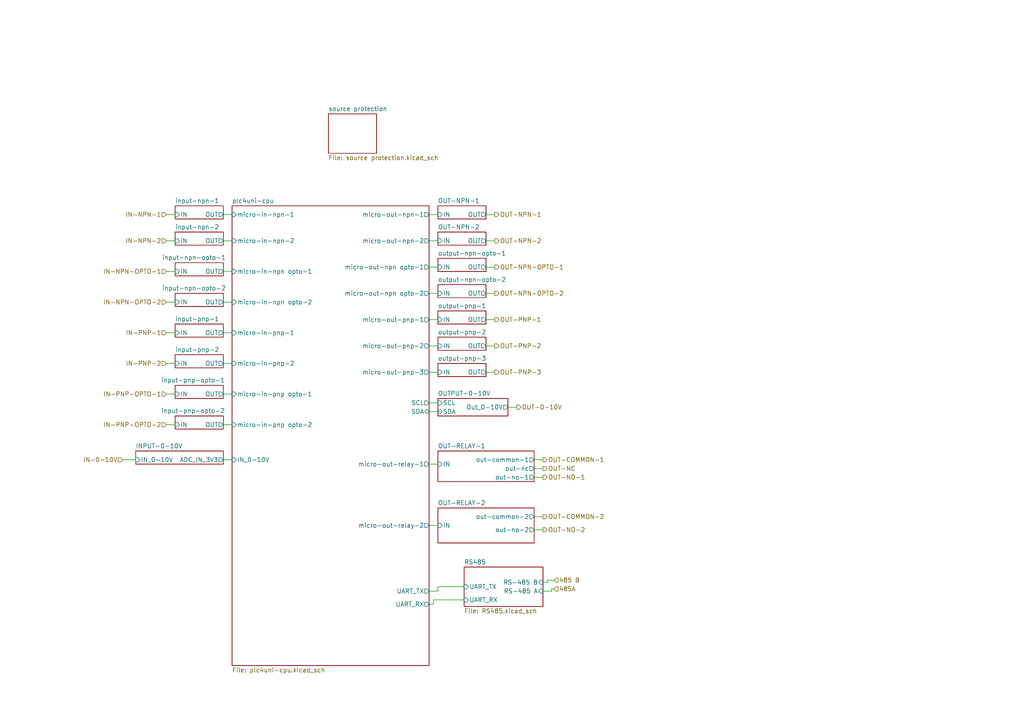
<source format=kicad_sch>
(kicad_sch
	(version 20250114)
	(generator "eeschema")
	(generator_version "9.0")
	(uuid "108a2b00-63fb-4531-b432-4e190b2d8ee6")
	(paper "A4")
	(lib_symbols)
	(wire
		(pts
			(xy 140.97 107.95) (xy 143.51 107.95)
		)
		(stroke
			(width 0)
			(type default)
		)
		(uuid "08e2428c-6899-469c-b433-cecf74bb0e9b")
	)
	(wire
		(pts
			(xy 127 170.18) (xy 127 171.45)
		)
		(stroke
			(width 0)
			(type default)
		)
		(uuid "0ad8ceee-e862-4164-aabe-42f7abf1c9da")
	)
	(wire
		(pts
			(xy 127 171.45) (xy 124.46 171.45)
		)
		(stroke
			(width 0)
			(type default)
		)
		(uuid "0bc66b4b-c60b-4d1b-a5df-c693a0d9e1f4")
	)
	(wire
		(pts
			(xy 64.77 96.52) (xy 67.31 96.52)
		)
		(stroke
			(width 0)
			(type default)
		)
		(uuid "0bc9b6be-5cdc-4ee6-8e0e-39d28396e47e")
	)
	(wire
		(pts
			(xy 140.97 62.23) (xy 143.51 62.23)
		)
		(stroke
			(width 0)
			(type default)
		)
		(uuid "12563cf5-327a-46d7-8d76-5d10a4101e4b")
	)
	(wire
		(pts
			(xy 154.94 149.86) (xy 157.48 149.86)
		)
		(stroke
			(width 0)
			(type default)
		)
		(uuid "1257bb80-4274-4699-8bf1-182e3d15f6d3")
	)
	(wire
		(pts
			(xy 160.02 170.815) (xy 160.655 170.815)
		)
		(stroke
			(width 0)
			(type default)
		)
		(uuid "13f9594a-cfd1-4f66-99c5-f5f16cf3cea6")
	)
	(wire
		(pts
			(xy 158.75 168.275) (xy 160.655 168.275)
		)
		(stroke
			(width 0)
			(type default)
		)
		(uuid "143898dd-b15e-4f3e-9aa2-1646f686d80e")
	)
	(wire
		(pts
			(xy 48.26 96.52) (xy 50.8 96.52)
		)
		(stroke
			(width 0)
			(type default)
		)
		(uuid "158c3a5d-6702-44e8-a264-b8c7b03699c8")
	)
	(wire
		(pts
			(xy 64.77 87.63) (xy 67.31 87.63)
		)
		(stroke
			(width 0)
			(type default)
		)
		(uuid "178b2a28-925c-4acd-abc2-0ee5f7035520")
	)
	(wire
		(pts
			(xy 124.46 107.95) (xy 127 107.95)
		)
		(stroke
			(width 0)
			(type default)
		)
		(uuid "1cbb8e10-156f-4d85-8142-74ad761bcc51")
	)
	(wire
		(pts
			(xy 35.56 133.35) (xy 39.37 133.35)
		)
		(stroke
			(width 0)
			(type default)
		)
		(uuid "1cd7e752-e3d8-4f5a-8357-a82c9483435c")
	)
	(wire
		(pts
			(xy 124.46 152.4) (xy 127 152.4)
		)
		(stroke
			(width 0)
			(type default)
		)
		(uuid "1de3b157-452b-44ab-bf7b-28efd5ac835f")
	)
	(wire
		(pts
			(xy 140.97 77.47) (xy 143.51 77.47)
		)
		(stroke
			(width 0)
			(type default)
		)
		(uuid "1e9a1edc-150e-4a19-98d5-1e277596b6d5")
	)
	(wire
		(pts
			(xy 48.26 62.23) (xy 50.8 62.23)
		)
		(stroke
			(width 0)
			(type default)
		)
		(uuid "2ba707cf-9454-40a6-b7a1-1f0a61a364e0")
	)
	(wire
		(pts
			(xy 160.02 171.45) (xy 160.02 170.815)
		)
		(stroke
			(width 0)
			(type default)
		)
		(uuid "2e5928d2-f514-4e45-a79e-455ce574ec17")
	)
	(wire
		(pts
			(xy 124.46 134.62) (xy 127 134.62)
		)
		(stroke
			(width 0)
			(type default)
		)
		(uuid "30ebae37-a35d-40ca-8f6e-68888cc93512")
	)
	(wire
		(pts
			(xy 134.62 170.18) (xy 127 170.18)
		)
		(stroke
			(width 0)
			(type default)
		)
		(uuid "39de9695-cdb1-44c5-bd0a-b9fe0ca86a7a")
	)
	(wire
		(pts
			(xy 154.94 138.43) (xy 157.48 138.43)
		)
		(stroke
			(width 0)
			(type default)
		)
		(uuid "3e595b28-5351-4c03-8aad-36b17380d608")
	)
	(wire
		(pts
			(xy 157.48 168.91) (xy 158.75 168.91)
		)
		(stroke
			(width 0)
			(type default)
		)
		(uuid "43295e98-aa05-4892-bb1d-be08e4e90333")
	)
	(wire
		(pts
			(xy 158.75 168.91) (xy 158.75 168.275)
		)
		(stroke
			(width 0)
			(type default)
		)
		(uuid "43e584aa-6dd7-422e-a22d-68ba5a2535b7")
	)
	(wire
		(pts
			(xy 140.97 92.71) (xy 143.51 92.71)
		)
		(stroke
			(width 0)
			(type default)
		)
		(uuid "44a9a054-2aa7-49a2-9dae-043d62551458")
	)
	(wire
		(pts
			(xy 124.46 69.85) (xy 127 69.85)
		)
		(stroke
			(width 0)
			(type default)
		)
		(uuid "4548bc9c-ad10-4e5b-826c-e7409e4e790f")
	)
	(wire
		(pts
			(xy 157.48 171.45) (xy 160.02 171.45)
		)
		(stroke
			(width 0)
			(type default)
		)
		(uuid "46a2afbb-f90f-48c1-924a-d0506ce95fa6")
	)
	(wire
		(pts
			(xy 48.26 78.74) (xy 50.8 78.74)
		)
		(stroke
			(width 0)
			(type default)
		)
		(uuid "4794d94a-79b0-46e3-aec6-5e814c907279")
	)
	(wire
		(pts
			(xy 124.46 116.84) (xy 127 116.84)
		)
		(stroke
			(width 0)
			(type default)
		)
		(uuid "4bf20734-1be2-404a-bddc-1025872093ea")
	)
	(wire
		(pts
			(xy 154.94 133.35) (xy 157.48 133.35)
		)
		(stroke
			(width 0)
			(type default)
		)
		(uuid "4cca040e-80fa-49ba-aa86-e5ac502928ee")
	)
	(wire
		(pts
			(xy 64.77 62.23) (xy 67.31 62.23)
		)
		(stroke
			(width 0)
			(type default)
		)
		(uuid "5a447963-c15f-4bcb-96cb-c25007c782ed")
	)
	(wire
		(pts
			(xy 64.77 78.74) (xy 67.31 78.74)
		)
		(stroke
			(width 0)
			(type default)
		)
		(uuid "5a9c0d4a-7b0e-43a5-9a63-6afb1609f990")
	)
	(wire
		(pts
			(xy 48.26 114.3) (xy 50.8 114.3)
		)
		(stroke
			(width 0)
			(type default)
		)
		(uuid "696ab09e-ff9f-4bf2-a22a-d9255af69731")
	)
	(wire
		(pts
			(xy 125.73 173.99) (xy 125.73 175.26)
		)
		(stroke
			(width 0)
			(type default)
		)
		(uuid "7339c650-3b6e-4570-9de6-1564f5e145d7")
	)
	(wire
		(pts
			(xy 48.26 69.85) (xy 50.8 69.85)
		)
		(stroke
			(width 0)
			(type default)
		)
		(uuid "7921fd0d-8d7d-432f-8470-c5d0e7099288")
	)
	(wire
		(pts
			(xy 64.77 133.35) (xy 67.31 133.35)
		)
		(stroke
			(width 0)
			(type default)
		)
		(uuid "7929a673-d7da-428f-920a-55d1b53e0cf1")
	)
	(wire
		(pts
			(xy 140.97 69.85) (xy 143.51 69.85)
		)
		(stroke
			(width 0)
			(type default)
		)
		(uuid "8d7da78e-0b0a-4552-a5ca-cda61331393a")
	)
	(wire
		(pts
			(xy 48.26 87.63) (xy 50.8 87.63)
		)
		(stroke
			(width 0)
			(type default)
		)
		(uuid "968714ba-ca63-4521-b43a-65acc23a71b8")
	)
	(wire
		(pts
			(xy 124.46 85.09) (xy 127 85.09)
		)
		(stroke
			(width 0)
			(type default)
		)
		(uuid "96b98948-c2fa-41e5-819a-41c5a80ba4d3")
	)
	(wire
		(pts
			(xy 64.77 69.85) (xy 67.31 69.85)
		)
		(stroke
			(width 0)
			(type default)
		)
		(uuid "9cb07727-1380-4578-ba1b-654046bd84fe")
	)
	(wire
		(pts
			(xy 124.46 77.47) (xy 127 77.47)
		)
		(stroke
			(width 0)
			(type default)
		)
		(uuid "adccb5f3-1075-44b6-8503-c4d6aea45c2d")
	)
	(wire
		(pts
			(xy 124.46 100.33) (xy 127 100.33)
		)
		(stroke
			(width 0)
			(type default)
		)
		(uuid "b27cac00-8686-4a5d-ae04-ca2f34ee2493")
	)
	(wire
		(pts
			(xy 154.94 135.89) (xy 157.48 135.89)
		)
		(stroke
			(width 0)
			(type default)
		)
		(uuid "b8487e61-b337-40d5-8957-40bd7822655d")
	)
	(wire
		(pts
			(xy 64.77 123.19) (xy 67.31 123.19)
		)
		(stroke
			(width 0)
			(type default)
		)
		(uuid "bdcf8fe9-7147-4b35-8eec-6abc4c7924c9")
	)
	(wire
		(pts
			(xy 124.46 92.71) (xy 127 92.71)
		)
		(stroke
			(width 0)
			(type default)
		)
		(uuid "bf8516f0-dbbb-4cb5-acf3-e3ee69112f21")
	)
	(wire
		(pts
			(xy 125.73 175.26) (xy 124.46 175.26)
		)
		(stroke
			(width 0)
			(type default)
		)
		(uuid "c1ae0077-e716-4e97-aa19-357f4a6a1018")
	)
	(wire
		(pts
			(xy 140.97 100.33) (xy 143.51 100.33)
		)
		(stroke
			(width 0)
			(type default)
		)
		(uuid "c2d76827-d02f-4b40-b818-46f3ae687ea3")
	)
	(wire
		(pts
			(xy 147.32 118.11) (xy 149.86 118.11)
		)
		(stroke
			(width 0)
			(type default)
		)
		(uuid "c5c94505-228a-48e2-8c16-36eb54e5427e")
	)
	(wire
		(pts
			(xy 134.62 173.99) (xy 125.73 173.99)
		)
		(stroke
			(width 0)
			(type default)
		)
		(uuid "c70f8b29-2398-4368-a730-632135fb31ce")
	)
	(wire
		(pts
			(xy 124.46 62.23) (xy 127 62.23)
		)
		(stroke
			(width 0)
			(type default)
		)
		(uuid "c9b0d4ae-dec2-4ad5-9952-4dd79948917b")
	)
	(wire
		(pts
			(xy 64.77 114.3) (xy 67.31 114.3)
		)
		(stroke
			(width 0)
			(type default)
		)
		(uuid "d04e8108-ce60-4d3c-8ae4-b7a6eaabdd32")
	)
	(wire
		(pts
			(xy 48.26 105.41) (xy 50.8 105.41)
		)
		(stroke
			(width 0)
			(type default)
		)
		(uuid "d236b918-a4cf-4b25-82ec-d2a08457c460")
	)
	(wire
		(pts
			(xy 64.77 105.41) (xy 67.31 105.41)
		)
		(stroke
			(width 0)
			(type default)
		)
		(uuid "db0d2875-be84-4dc8-8b6a-e9fe211b9788")
	)
	(wire
		(pts
			(xy 48.26 123.19) (xy 50.8 123.19)
		)
		(stroke
			(width 0)
			(type default)
		)
		(uuid "dde25f3f-93b4-450a-b490-8b4068e5ac09")
	)
	(wire
		(pts
			(xy 124.46 119.38) (xy 127 119.38)
		)
		(stroke
			(width 0)
			(type default)
		)
		(uuid "eb0e7eeb-1c74-4a55-9978-2adae03ca5f0")
	)
	(wire
		(pts
			(xy 140.97 85.09) (xy 143.51 85.09)
		)
		(stroke
			(width 0)
			(type default)
		)
		(uuid "ee9ac2f9-0c80-46c6-af96-c62ca1a393b1")
	)
	(wire
		(pts
			(xy 154.94 153.67) (xy 157.48 153.67)
		)
		(stroke
			(width 0)
			(type default)
		)
		(uuid "f70ebdc0-18b4-4f65-961d-714f21810c4f")
	)
	(hierarchical_label "OUT-NPN-2"
		(shape output)
		(at 143.51 69.85 0)
		(effects
			(font
				(size 1.27 1.27)
			)
			(justify left)
		)
		(uuid "04dd8a8c-00c6-4afd-9d1a-13d38bd4f80a")
	)
	(hierarchical_label "OUT-COMMON-2"
		(shape output)
		(at 157.48 149.86 0)
		(effects
			(font
				(size 1.27 1.27)
			)
			(justify left)
		)
		(uuid "099f9a67-722c-4dd1-b911-fcdf9276c5cb")
	)
	(hierarchical_label "IN-PNP-OPTO-1"
		(shape input)
		(at 48.26 114.3 180)
		(effects
			(font
				(size 1.27 1.27)
			)
			(justify right)
		)
		(uuid "0f667b4a-b49d-400b-b7b4-e94c028ba462")
	)
	(hierarchical_label "IN-NPN-2"
		(shape input)
		(at 48.26 69.85 180)
		(effects
			(font
				(size 1.27 1.27)
			)
			(justify right)
		)
		(uuid "13218d48-171d-4d2d-be0f-359b3d7a3581")
	)
	(hierarchical_label "IN-NPN-1"
		(shape input)
		(at 48.26 62.23 180)
		(effects
			(font
				(size 1.27 1.27)
			)
			(justify right)
		)
		(uuid "27d3d8ea-107a-4b51-a6c3-daa783575657")
	)
	(hierarchical_label "485 B"
		(shape input)
		(at 160.655 168.275 0)
		(effects
			(font
				(size 1.27 1.27)
			)
			(justify left)
		)
		(uuid "29fcefa1-bd12-457b-8b3b-a4e9fb865979")
	)
	(hierarchical_label "IN-0-10V"
		(shape input)
		(at 35.56 133.35 180)
		(effects
			(font
				(size 1.27 1.27)
			)
			(justify right)
		)
		(uuid "2e574e5e-e419-4e7c-baf0-4a2811283453")
	)
	(hierarchical_label "OUT-COMMON-1"
		(shape output)
		(at 157.48 133.35 0)
		(effects
			(font
				(size 1.27 1.27)
			)
			(justify left)
		)
		(uuid "455db09d-7043-4299-b828-072137c5c2ae")
	)
	(hierarchical_label "OUT-NC"
		(shape output)
		(at 157.48 135.89 0)
		(effects
			(font
				(size 1.27 1.27)
			)
			(justify left)
		)
		(uuid "46082926-8d46-4834-8118-3d73286a81df")
	)
	(hierarchical_label "485A"
		(shape input)
		(at 160.655 170.815 0)
		(effects
			(font
				(size 1.27 1.27)
			)
			(justify left)
		)
		(uuid "463c25ff-b115-4c5f-97fe-1bb7c64b27f4")
	)
	(hierarchical_label "OUT-NPN-OPTO-1"
		(shape output)
		(at 143.51 77.47 0)
		(effects
			(font
				(size 1.27 1.27)
			)
			(justify left)
		)
		(uuid "48e06bc6-04e0-4544-878e-4c81c91757fe")
	)
	(hierarchical_label "OUT-0-10V"
		(shape output)
		(at 149.86 118.11 0)
		(effects
			(font
				(size 1.27 1.27)
			)
			(justify left)
		)
		(uuid "5e3897b8-3e82-417d-a824-cd855fb85674")
	)
	(hierarchical_label "OUT-PNP-3"
		(shape output)
		(at 143.51 107.95 0)
		(effects
			(font
				(size 1.27 1.27)
			)
			(justify left)
		)
		(uuid "6f936573-07eb-4d38-8c32-b885b0a8811f")
	)
	(hierarchical_label "OUT-PNP-1"
		(shape output)
		(at 143.51 92.71 0)
		(effects
			(font
				(size 1.27 1.27)
			)
			(justify left)
		)
		(uuid "85fb80e0-ab0e-4cd8-aadf-6b462f2e6c93")
	)
	(hierarchical_label "OUT-PNP-2"
		(shape output)
		(at 143.51 100.33 0)
		(effects
			(font
				(size 1.27 1.27)
			)
			(justify left)
		)
		(uuid "97e72727-4708-473d-9443-49ef980a787b")
	)
	(hierarchical_label "IN-NPN-OPTO-2"
		(shape input)
		(at 48.26 87.63 180)
		(effects
			(font
				(size 1.27 1.27)
			)
			(justify right)
		)
		(uuid "ac9cbb6b-c95e-4cb5-828e-f797bf4a8b8d")
	)
	(hierarchical_label "OUT-NO-2"
		(shape output)
		(at 157.48 153.67 0)
		(effects
			(font
				(size 1.27 1.27)
			)
			(justify left)
		)
		(uuid "b078cb7a-aaf3-4dd5-b2cf-b690bebd6c9f")
	)
	(hierarchical_label "OUT-NPN-OPTO-2"
		(shape output)
		(at 143.51 85.09 0)
		(effects
			(font
				(size 1.27 1.27)
			)
			(justify left)
		)
		(uuid "c226bf1e-852f-4f78-81ea-3f4a319e192a")
	)
	(hierarchical_label "OUT-NPN-1"
		(shape output)
		(at 143.51 62.23 0)
		(effects
			(font
				(size 1.27 1.27)
			)
			(justify left)
		)
		(uuid "c65f5c53-74b8-442c-b16a-65bf3ead4f91")
	)
	(hierarchical_label "IN-NPN-OPTO-1"
		(shape input)
		(at 48.26 78.74 180)
		(effects
			(font
				(size 1.27 1.27)
			)
			(justify right)
		)
		(uuid "d1c7a64c-fb35-4b59-b312-a5986277c6f4")
	)
	(hierarchical_label "IN-PNP-1"
		(shape input)
		(at 48.26 96.52 180)
		(effects
			(font
				(size 1.27 1.27)
			)
			(justify right)
		)
		(uuid "d94b0989-1075-4ab8-b68a-010be4543fcd")
	)
	(hierarchical_label "OUT-NO-1"
		(shape output)
		(at 157.48 138.43 0)
		(effects
			(font
				(size 1.27 1.27)
			)
			(justify left)
		)
		(uuid "e15bf9b3-fa0c-4d47-8993-648a1b031fb9")
	)
	(hierarchical_label "IN-PNP-2"
		(shape input)
		(at 48.26 105.41 180)
		(effects
			(font
				(size 1.27 1.27)
			)
			(justify right)
		)
		(uuid "e3d563f9-f8bb-4dc5-a442-ccf1e2597ea3")
	)
	(hierarchical_label "IN-PNP-OPTO-2"
		(shape input)
		(at 48.26 123.19 180)
		(effects
			(font
				(size 1.27 1.27)
			)
			(justify right)
		)
		(uuid "f333045c-119a-46b5-8f05-5f218a91c4a2")
	)
	(sheet
		(at 127 67.31)
		(size 13.97 3.81)
		(exclude_from_sim no)
		(in_bom yes)
		(on_board yes)
		(dnp no)
		(fields_autoplaced yes)
		(stroke
			(width 0.1524)
			(type solid)
		)
		(fill
			(color 0 0 0 0.0000)
		)
		(uuid "0301c99c-e2fc-48a2-b28b-2cb1809d95a0")
		(property "Sheetname" "OUT-NPN-2"
			(at 127 66.5984 0)
			(effects
				(font
					(size 1.27 1.27)
				)
				(justify left bottom)
			)
		)
		(property "Sheetfile" "OUT-NPN-1.kicad_sch"
			(at 127 71.7046 0)
			(effects
				(font
					(size 1.27 1.27)
				)
				(justify left top)
				(hide yes)
			)
		)
		(pin "IN" input
			(at 127 69.85 180)
			(uuid "a18896dc-cb32-4db7-8687-9f3728bb7fc8")
			(effects
				(font
					(size 1.27 1.27)
				)
				(justify left)
			)
		)
		(pin "OUT" output
			(at 140.97 69.85 0)
			(uuid "e6f5c6d3-630f-455c-aa98-8af88349e1ea")
			(effects
				(font
					(size 1.27 1.27)
				)
				(justify right)
			)
		)
		(instances
			(project "PLC4Uni FelipeLG"
				(path "/65c875c0-73bd-43df-b6cd-4a685398cace/3b453a73-5bb7-4645-a7e8-6e186968fa05"
					(page "8")
				)
			)
		)
	)
	(sheet
		(at 127 90.17)
		(size 13.97 3.81)
		(exclude_from_sim no)
		(in_bom yes)
		(on_board yes)
		(dnp no)
		(fields_autoplaced yes)
		(stroke
			(width 0.1524)
			(type solid)
		)
		(fill
			(color 0 0 0 0.0000)
		)
		(uuid "08601dd5-d4a9-417f-ac60-8e7e9f1053de")
		(property "Sheetname" "output-pnp-1"
			(at 127 89.4584 0)
			(effects
				(font
					(size 1.27 1.27)
				)
				(justify left bottom)
			)
		)
		(property "Sheetfile" "output-pnp.kicad_sch"
			(at 127 94.5646 0)
			(effects
				(font
					(size 1.27 1.27)
				)
				(justify left top)
				(hide yes)
			)
		)
		(pin "IN" input
			(at 127 92.71 180)
			(uuid "e8b134bb-732e-4340-89cb-77e525085c4c")
			(effects
				(font
					(size 1.27 1.27)
				)
				(justify left)
			)
		)
		(pin "OUT" output
			(at 140.97 92.71 0)
			(uuid "8ef68b16-c40c-49a7-824f-8f070c61fa6a")
			(effects
				(font
					(size 1.27 1.27)
				)
				(justify right)
			)
		)
		(instances
			(project "PLC4Uni FelipeLG"
				(path "/65c875c0-73bd-43df-b6cd-4a685398cace/3b453a73-5bb7-4645-a7e8-6e186968fa05"
					(page "9")
				)
			)
		)
	)
	(sheet
		(at 50.8 120.65)
		(size 13.97 3.81)
		(exclude_from_sim no)
		(in_bom yes)
		(on_board yes)
		(dnp no)
		(stroke
			(width 0.1524)
			(type solid)
		)
		(fill
			(color 0 0 0 0.0000)
		)
		(uuid "13d94acf-875f-499d-b3a3-98424e4486d2")
		(property "Sheetname" "input-pnp-opto-2"
			(at 46.736 119.888 0)
			(effects
				(font
					(size 1.27 1.27)
				)
				(justify left bottom)
			)
		)
		(property "Sheetfile" "input-pnp-opto.kicad_sch"
			(at 50.8 125.0446 0)
			(effects
				(font
					(size 1.27 1.27)
				)
				(justify left top)
				(hide yes)
			)
		)
		(pin "IN" input
			(at 50.8 123.19 180)
			(uuid "5e16e3e4-fe58-4f1e-9202-1b0033a7ec1f")
			(effects
				(font
					(size 1.27 1.27)
				)
				(justify left)
			)
		)
		(pin "OUT" output
			(at 64.77 123.19 0)
			(uuid "7689a662-2419-420f-82d3-44665e896077")
			(effects
				(font
					(size 1.27 1.27)
				)
				(justify right)
			)
		)
		(instances
			(project "PLC4Uni FelipeLG"
				(path "/65c875c0-73bd-43df-b6cd-4a685398cace/3b453a73-5bb7-4645-a7e8-6e186968fa05"
					(page "14")
				)
			)
		)
	)
	(sheet
		(at 50.8 111.76)
		(size 13.97 3.81)
		(exclude_from_sim no)
		(in_bom yes)
		(on_board yes)
		(dnp no)
		(stroke
			(width 0.1524)
			(type solid)
		)
		(fill
			(color 0 0 0 0.0000)
		)
		(uuid "2006756a-aab7-49c5-bc20-9cefa85464a4")
		(property "Sheetname" "input-pnp-opto-1"
			(at 46.736 110.998 0)
			(effects
				(font
					(size 1.27 1.27)
				)
				(justify left bottom)
			)
		)
		(property "Sheetfile" "input-pnp-opto.kicad_sch"
			(at 50.8 116.1546 0)
			(effects
				(font
					(size 1.27 1.27)
				)
				(justify left top)
				(hide yes)
			)
		)
		(pin "IN" input
			(at 50.8 114.3 180)
			(uuid "f1e8b415-a1f6-4a62-9b21-d2350fb91cd0")
			(effects
				(font
					(size 1.27 1.27)
				)
				(justify left)
			)
		)
		(pin "OUT" output
			(at 64.77 114.3 0)
			(uuid "0e797b3a-6240-49da-9c3b-5c2cf8ad33bd")
			(effects
				(font
					(size 1.27 1.27)
				)
				(justify right)
			)
		)
		(instances
			(project "PLC4Uni FelipeLG"
				(path "/65c875c0-73bd-43df-b6cd-4a685398cace/3b453a73-5bb7-4645-a7e8-6e186968fa05"
					(page "11")
				)
			)
		)
	)
	(sheet
		(at 39.37 130.81)
		(size 25.4 3.81)
		(exclude_from_sim no)
		(in_bom yes)
		(on_board yes)
		(dnp no)
		(fields_autoplaced yes)
		(stroke
			(width 0.1524)
			(type solid)
		)
		(fill
			(color 0 0 0 0.0000)
		)
		(uuid "26d79baa-0338-43a5-b3e5-bc5aeada5ecf")
		(property "Sheetname" "INPUT-0-10V"
			(at 39.37 130.0984 0)
			(effects
				(font
					(size 1.27 1.27)
				)
				(justify left bottom)
			)
		)
		(property "Sheetfile" "INPUT-0-10V.kicad_sch"
			(at 39.37 135.2046 0)
			(effects
				(font
					(size 1.27 1.27)
				)
				(justify left top)
				(hide yes)
			)
		)
		(pin "ADC_IN_3V3" output
			(at 64.77 133.35 0)
			(uuid "4e00bd7b-e18b-4415-a10a-66f00b58432d")
			(effects
				(font
					(size 1.27 1.27)
				)
				(justify right)
			)
		)
		(pin "IN_0-10V" input
			(at 39.37 133.35 180)
			(uuid "fa896d41-d7e0-4570-bb58-c6b03a4d8c55")
			(effects
				(font
					(size 1.27 1.27)
				)
				(justify left)
			)
		)
		(instances
			(project "PLC4Uni FelipeLG"
				(path "/65c875c0-73bd-43df-b6cd-4a685398cace/3b453a73-5bb7-4645-a7e8-6e186968fa05"
					(page "22")
				)
			)
		)
	)
	(sheet
		(at 50.8 59.69)
		(size 13.97 3.81)
		(exclude_from_sim no)
		(in_bom yes)
		(on_board yes)
		(dnp no)
		(fields_autoplaced yes)
		(stroke
			(width 0.1524)
			(type solid)
		)
		(fill
			(color 0 0 0 0.0000)
		)
		(uuid "2b288a7a-cc1f-443e-993d-9f7a4eb93332")
		(property "Sheetname" "input-npn-1"
			(at 50.8 58.9784 0)
			(effects
				(font
					(size 1.27 1.27)
				)
				(justify left bottom)
			)
		)
		(property "Sheetfile" "input-npn.kicad_sch"
			(at 50.8 64.0846 0)
			(effects
				(font
					(size 1.27 1.27)
				)
				(justify left top)
				(hide yes)
			)
		)
		(pin "IN" input
			(at 50.8 62.23 180)
			(uuid "1bdcd406-f07d-4cac-ae2e-ae5c190660fe")
			(effects
				(font
					(size 1.27 1.27)
				)
				(justify left)
			)
		)
		(pin "OUT" output
			(at 64.77 62.23 0)
			(uuid "ce023f8e-1828-400a-a6f8-e036a7771d00")
			(effects
				(font
					(size 1.27 1.27)
				)
				(justify right)
			)
		)
		(instances
			(project "PLC4Uni FelipeLG"
				(path "/65c875c0-73bd-43df-b6cd-4a685398cace/3b453a73-5bb7-4645-a7e8-6e186968fa05"
					(page "6")
				)
			)
		)
	)
	(sheet
		(at 127 130.81)
		(size 27.94 8.89)
		(exclude_from_sim no)
		(in_bom yes)
		(on_board yes)
		(dnp no)
		(fields_autoplaced yes)
		(stroke
			(width 0.1524)
			(type solid)
		)
		(fill
			(color 0 0 0 0.0000)
		)
		(uuid "300cbd4a-1c9e-448a-950a-bfd812e6e5a0")
		(property "Sheetname" "OUT-RELAY-1"
			(at 127 130.0984 0)
			(effects
				(font
					(size 1.27 1.27)
				)
				(justify left bottom)
			)
		)
		(property "Sheetfile" "OUT-RELAY-1.kicad_sch"
			(at 127 140.2846 0)
			(effects
				(font
					(size 1.27 1.27)
				)
				(justify left top)
				(hide yes)
			)
		)
		(pin "IN" input
			(at 127 134.62 180)
			(uuid "84041b24-cd78-44f0-acc0-dd0deef81c85")
			(effects
				(font
					(size 1.27 1.27)
				)
				(justify left)
			)
		)
		(pin "out-common-1" output
			(at 154.94 133.35 0)
			(uuid "1fa481a9-fdc1-4fb7-b1a8-f39a7807ebf3")
			(effects
				(font
					(size 1.27 1.27)
				)
				(justify right)
			)
		)
		(pin "out-nc" output
			(at 154.94 135.89 0)
			(uuid "95d1e681-efe6-4acf-b00b-53fb86c79bd9")
			(effects
				(font
					(size 1.27 1.27)
				)
				(justify right)
			)
		)
		(pin "out-no-1" output
			(at 154.94 138.43 0)
			(uuid "097b0a90-fee8-4097-a2dd-075fda7d696d")
			(effects
				(font
					(size 1.27 1.27)
				)
				(justify right)
			)
		)
		(instances
			(project "PLC4Uni FelipeLG"
				(path "/65c875c0-73bd-43df-b6cd-4a685398cace/3b453a73-5bb7-4645-a7e8-6e186968fa05"
					(page "22")
				)
			)
		)
	)
	(sheet
		(at 127 82.55)
		(size 13.97 3.81)
		(exclude_from_sim no)
		(in_bom yes)
		(on_board yes)
		(dnp no)
		(fields_autoplaced yes)
		(stroke
			(width 0.1524)
			(type solid)
		)
		(fill
			(color 0 0 0 0.0000)
		)
		(uuid "304245ed-3772-43ea-9156-20acc62cd04b")
		(property "Sheetname" "output-npn-opto-2"
			(at 127 81.8384 0)
			(effects
				(font
					(size 1.27 1.27)
				)
				(justify left bottom)
			)
		)
		(property "Sheetfile" "output-npn-opto.kicad_sch"
			(at 127 86.9446 0)
			(effects
				(font
					(size 1.27 1.27)
				)
				(justify left top)
				(hide yes)
			)
		)
		(pin "IN" input
			(at 127 85.09 180)
			(uuid "2e00b808-fa3a-42b5-aff6-5b6a866c497f")
			(effects
				(font
					(size 1.27 1.27)
				)
				(justify left)
			)
		)
		(pin "OUT" output
			(at 140.97 85.09 0)
			(uuid "3ec60d6d-778d-456f-acca-fe33addea918")
			(effects
				(font
					(size 1.27 1.27)
				)
				(justify right)
			)
		)
		(instances
			(project "PLC4Uni FelipeLG"
				(path "/65c875c0-73bd-43df-b6cd-4a685398cace/3b453a73-5bb7-4645-a7e8-6e186968fa05"
					(page "18")
				)
			)
		)
	)
	(sheet
		(at 127 147.32)
		(size 27.94 10.16)
		(exclude_from_sim no)
		(in_bom yes)
		(on_board yes)
		(dnp no)
		(fields_autoplaced yes)
		(stroke
			(width 0.1524)
			(type solid)
		)
		(fill
			(color 0 0 0 0.0000)
		)
		(uuid "389c123e-9538-4704-bdfd-eda3950b0dc6")
		(property "Sheetname" "OUT-RELAY-2"
			(at 127 146.6084 0)
			(effects
				(font
					(size 1.27 1.27)
				)
				(justify left bottom)
			)
		)
		(property "Sheetfile" "OUT-RELAY-2.kicad_sch"
			(at 127 158.0646 0)
			(effects
				(font
					(size 1.27 1.27)
				)
				(justify left top)
				(hide yes)
			)
		)
		(pin "IN" input
			(at 127 152.4 180)
			(uuid "389622e9-fbb7-45cb-980c-19a8d14d2e62")
			(effects
				(font
					(size 1.27 1.27)
				)
				(justify left)
			)
		)
		(pin "out-common-2" output
			(at 154.94 149.86 0)
			(uuid "df65d5dd-cd71-4ffc-a91f-389904008b60")
			(effects
				(font
					(size 1.27 1.27)
				)
				(justify right)
			)
		)
		(pin "out-no-2" output
			(at 154.94 153.67 0)
			(uuid "c0635e30-78cc-4cab-a58b-2aa1f622828e")
			(effects
				(font
					(size 1.27 1.27)
				)
				(justify right)
			)
		)
		(instances
			(project "PLC4Uni FelipeLG"
				(path "/65c875c0-73bd-43df-b6cd-4a685398cace/3b453a73-5bb7-4645-a7e8-6e186968fa05"
					(page "23")
				)
			)
		)
	)
	(sheet
		(at 127 105.41)
		(size 13.97 3.81)
		(exclude_from_sim no)
		(in_bom yes)
		(on_board yes)
		(dnp no)
		(fields_autoplaced yes)
		(stroke
			(width 0.1524)
			(type solid)
		)
		(fill
			(color 0 0 0 0.0000)
		)
		(uuid "3aaa579e-8be9-4ebd-978a-eaa385a6d1bd")
		(property "Sheetname" "output-pnp-3"
			(at 127 104.6984 0)
			(effects
				(font
					(size 1.27 1.27)
				)
				(justify left bottom)
			)
		)
		(property "Sheetfile" "output-pnp.kicad_sch"
			(at 127 109.8046 0)
			(effects
				(font
					(size 1.27 1.27)
				)
				(justify left top)
				(hide yes)
			)
		)
		(pin "IN" input
			(at 127 107.95 180)
			(uuid "4027d900-6d15-49ef-944c-b6fdf66f6f9c")
			(effects
				(font
					(size 1.27 1.27)
				)
				(justify left)
			)
		)
		(pin "OUT" output
			(at 140.97 107.95 0)
			(uuid "174512e0-2665-48ad-bc92-8854707891b1")
			(effects
				(font
					(size 1.27 1.27)
				)
				(justify right)
			)
		)
		(instances
			(project "PLC4Uni FelipeLG"
				(path "/65c875c0-73bd-43df-b6cd-4a685398cace/3b453a73-5bb7-4645-a7e8-6e186968fa05"
					(page "20")
				)
			)
		)
	)
	(sheet
		(at 50.8 76.2)
		(size 13.97 3.81)
		(exclude_from_sim no)
		(in_bom yes)
		(on_board yes)
		(dnp no)
		(stroke
			(width 0.1524)
			(type solid)
		)
		(fill
			(color 0 0 0 0.0000)
		)
		(uuid "3cd430b2-5f69-4494-bc7a-0defee76e210")
		(property "Sheetname" "input-npn-opto-1"
			(at 46.99 75.438 0)
			(effects
				(font
					(size 1.27 1.27)
				)
				(justify left bottom)
			)
		)
		(property "Sheetfile" "input-npn-opto.kicad_sch"
			(at 50.8 80.5946 0)
			(effects
				(font
					(size 1.27 1.27)
				)
				(justify left top)
				(hide yes)
			)
		)
		(pin "IN" input
			(at 50.8 78.74 180)
			(uuid "5281bbab-7d15-4b08-a049-c225c8a36d62")
			(effects
				(font
					(size 1.27 1.27)
				)
				(justify left)
			)
		)
		(pin "OUT" output
			(at 64.77 78.74 0)
			(uuid "b66bef81-97d0-4b84-b957-5c27edc05762")
			(effects
				(font
					(size 1.27 1.27)
				)
				(justify right)
			)
		)
		(instances
			(project "PLC4Uni FelipeLG"
				(path "/65c875c0-73bd-43df-b6cd-4a685398cace/3b453a73-5bb7-4645-a7e8-6e186968fa05"
					(page "10")
				)
			)
		)
	)
	(sheet
		(at 50.8 102.87)
		(size 13.97 3.81)
		(exclude_from_sim no)
		(in_bom yes)
		(on_board yes)
		(dnp no)
		(fields_autoplaced yes)
		(stroke
			(width 0.1524)
			(type solid)
		)
		(fill
			(color 0 0 0 0.0000)
		)
		(uuid "3fda5391-68ec-4247-925a-af66065cf103")
		(property "Sheetname" "input-pnp-2"
			(at 50.8 102.1584 0)
			(effects
				(font
					(size 1.27 1.27)
				)
				(justify left bottom)
			)
		)
		(property "Sheetfile" "input-pnp.kicad_sch"
			(at 50.8 107.2646 0)
			(effects
				(font
					(size 1.27 1.27)
				)
				(justify left top)
				(hide yes)
			)
		)
		(pin "IN" input
			(at 50.8 105.41 180)
			(uuid "b3a30f73-96e5-4190-9017-e4a864cd4819")
			(effects
				(font
					(size 1.27 1.27)
				)
				(justify left)
			)
		)
		(pin "OUT" output
			(at 64.77 105.41 0)
			(uuid "f1fbbd52-e721-4e48-aa39-03b616106947")
			(effects
				(font
					(size 1.27 1.27)
				)
				(justify right)
			)
		)
		(instances
			(project "PLC4Uni FelipeLG"
				(path "/65c875c0-73bd-43df-b6cd-4a685398cace/3b453a73-5bb7-4645-a7e8-6e186968fa05"
					(page "15")
				)
			)
		)
	)
	(sheet
		(at 127 97.79)
		(size 13.97 3.81)
		(exclude_from_sim no)
		(in_bom yes)
		(on_board yes)
		(dnp no)
		(fields_autoplaced yes)
		(stroke
			(width 0.1524)
			(type solid)
		)
		(fill
			(color 0 0 0 0.0000)
		)
		(uuid "48d5bd32-67a3-4006-82b9-c27ca88fb9f6")
		(property "Sheetname" "output-pnp-2"
			(at 127 97.0784 0)
			(effects
				(font
					(size 1.27 1.27)
				)
				(justify left bottom)
			)
		)
		(property "Sheetfile" "output-pnp.kicad_sch"
			(at 127 102.1846 0)
			(effects
				(font
					(size 1.27 1.27)
				)
				(justify left top)
				(hide yes)
			)
		)
		(pin "IN" input
			(at 127 100.33 180)
			(uuid "f7fbc486-6de5-4181-8ca8-c04542607063")
			(effects
				(font
					(size 1.27 1.27)
				)
				(justify left)
			)
		)
		(pin "OUT" output
			(at 140.97 100.33 0)
			(uuid "9c030957-c756-489f-b71d-cf11fe4d4fda")
			(effects
				(font
					(size 1.27 1.27)
				)
				(justify right)
			)
		)
		(instances
			(project "PLC4Uni FelipeLG"
				(path "/65c875c0-73bd-43df-b6cd-4a685398cace/3b453a73-5bb7-4645-a7e8-6e186968fa05"
					(page "19")
				)
			)
		)
	)
	(sheet
		(at 127 74.93)
		(size 13.97 3.81)
		(exclude_from_sim no)
		(in_bom yes)
		(on_board yes)
		(dnp no)
		(fields_autoplaced yes)
		(stroke
			(width 0.1524)
			(type solid)
		)
		(fill
			(color 0 0 0 0.0000)
		)
		(uuid "51c169c5-6841-4f27-afaa-a4e6455b756e")
		(property "Sheetname" "output-npn-opto-1"
			(at 127 74.2184 0)
			(effects
				(font
					(size 1.27 1.27)
				)
				(justify left bottom)
			)
		)
		(property "Sheetfile" "output-npn-opto.kicad_sch"
			(at 127 79.3246 0)
			(effects
				(font
					(size 1.27 1.27)
				)
				(justify left top)
				(hide yes)
			)
		)
		(pin "IN" input
			(at 127 77.47 180)
			(uuid "4647cda5-532d-4501-aae5-0693e7a337bb")
			(effects
				(font
					(size 1.27 1.27)
				)
				(justify left)
			)
		)
		(pin "OUT" output
			(at 140.97 77.47 0)
			(uuid "5816e244-d69a-4ccc-9212-79fd0d38c97f")
			(effects
				(font
					(size 1.27 1.27)
				)
				(justify right)
			)
		)
		(instances
			(project "PLC4Uni FelipeLG"
				(path "/65c875c0-73bd-43df-b6cd-4a685398cace/3b453a73-5bb7-4645-a7e8-6e186968fa05"
					(page "12")
				)
			)
		)
	)
	(sheet
		(at 50.8 85.09)
		(size 13.97 3.81)
		(exclude_from_sim no)
		(in_bom yes)
		(on_board yes)
		(dnp no)
		(stroke
			(width 0.1524)
			(type solid)
		)
		(fill
			(color 0 0 0 0.0000)
		)
		(uuid "602981c3-7810-4433-8e1c-7df5fd4db462")
		(property "Sheetname" "input-npn-opto-2"
			(at 46.99 84.328 0)
			(effects
				(font
					(size 1.27 1.27)
				)
				(justify left bottom)
			)
		)
		(property "Sheetfile" "input-npn-opto.kicad_sch"
			(at 50.8 89.4846 0)
			(effects
				(font
					(size 1.27 1.27)
				)
				(justify left top)
				(hide yes)
			)
		)
		(pin "IN" input
			(at 50.8 87.63 180)
			(uuid "cfd3d431-920a-4c0b-a51c-be6349fe27e4")
			(effects
				(font
					(size 1.27 1.27)
				)
				(justify left)
			)
		)
		(pin "OUT" output
			(at 64.77 87.63 0)
			(uuid "9da60d60-07e7-41f6-b1b3-d83e274165da")
			(effects
				(font
					(size 1.27 1.27)
				)
				(justify right)
			)
		)
		(instances
			(project "PLC4Uni FelipeLG"
				(path "/65c875c0-73bd-43df-b6cd-4a685398cace/3b453a73-5bb7-4645-a7e8-6e186968fa05"
					(page "5")
				)
			)
		)
	)
	(sheet
		(at 67.31 59.69)
		(size 57.15 133.35)
		(exclude_from_sim no)
		(in_bom yes)
		(on_board yes)
		(dnp no)
		(fields_autoplaced yes)
		(stroke
			(width 0.1524)
			(type solid)
		)
		(fill
			(color 0 0 0 0.0000)
		)
		(uuid "677b1a53-9a61-4664-8076-5db4c5298998")
		(property "Sheetname" "plc4uni-cpu"
			(at 67.31 58.9784 0)
			(effects
				(font
					(size 1.27 1.27)
				)
				(justify left bottom)
			)
		)
		(property "Sheetfile" "plc4uni-cpu.kicad_sch"
			(at 67.31 193.6246 0)
			(effects
				(font
					(size 1.27 1.27)
				)
				(justify left top)
			)
		)
		(pin "micro-in-npn opto-1" input
			(at 67.31 78.74 180)
			(uuid "284dac0c-11a0-4e8c-bc29-83d5c376ca40")
			(effects
				(font
					(size 1.27 1.27)
				)
				(justify left)
			)
		)
		(pin "micro-in-npn opto-2" input
			(at 67.31 87.63 180)
			(uuid "190ab8dd-e9dd-4140-8980-b02de391965b")
			(effects
				(font
					(size 1.27 1.27)
				)
				(justify left)
			)
		)
		(pin "micro-in-npn-1" input
			(at 67.31 62.23 180)
			(uuid "8662fa85-9bac-4463-8aa7-499ba2baab7e")
			(effects
				(font
					(size 1.27 1.27)
				)
				(justify left)
			)
		)
		(pin "micro-in-npn-2" input
			(at 67.31 69.85 180)
			(uuid "16d090f5-3578-4e8e-aa7e-d1b506ba4697")
			(effects
				(font
					(size 1.27 1.27)
				)
				(justify left)
			)
		)
		(pin "micro-in-pnp opto-1" input
			(at 67.31 114.3 180)
			(uuid "edff27e0-b0d5-4af8-900a-99bc045bf003")
			(effects
				(font
					(size 1.27 1.27)
				)
				(justify left)
			)
		)
		(pin "micro-in-pnp opto-2" input
			(at 67.31 123.19 180)
			(uuid "2ff24111-27c1-418b-a8d6-9827cc0526b7")
			(effects
				(font
					(size 1.27 1.27)
				)
				(justify left)
			)
		)
		(pin "micro-in-pnp-1" input
			(at 67.31 96.52 180)
			(uuid "823ddaf2-ec26-48de-b89c-a090c75528e2")
			(effects
				(font
					(size 1.27 1.27)
				)
				(justify left)
			)
		)
		(pin "micro-in-pnp-2" input
			(at 67.31 105.41 180)
			(uuid "13cfd840-6132-4c3b-9e85-b1a142611297")
			(effects
				(font
					(size 1.27 1.27)
				)
				(justify left)
			)
		)
		(pin "micro-out-npn opto-1" output
			(at 124.46 77.47 0)
			(uuid "b3bad490-348d-4ef3-bd09-701a23e27ba2")
			(effects
				(font
					(size 1.27 1.27)
				)
				(justify right)
			)
		)
		(pin "micro-out-npn opto-2" output
			(at 124.46 85.09 0)
			(uuid "d3c16a16-08ae-4c01-954a-54a0e9cd42a5")
			(effects
				(font
					(size 1.27 1.27)
				)
				(justify right)
			)
		)
		(pin "micro-out-npn-1" output
			(at 124.46 62.23 0)
			(uuid "1f1b7960-7e55-49f1-9756-4aabbabaf67a")
			(effects
				(font
					(size 1.27 1.27)
				)
				(justify right)
			)
		)
		(pin "micro-out-npn-2" output
			(at 124.46 69.85 0)
			(uuid "e0d2cecb-6e60-4351-ac11-c0f19656bac6")
			(effects
				(font
					(size 1.27 1.27)
				)
				(justify right)
			)
		)
		(pin "micro-out-pnp-1" output
			(at 124.46 92.71 0)
			(uuid "e25d6b76-a76c-4c21-aded-db09bf0e418d")
			(effects
				(font
					(size 1.27 1.27)
				)
				(justify right)
			)
		)
		(pin "micro-out-pnp-2" output
			(at 124.46 100.33 0)
			(uuid "cc15eefb-579b-425e-9605-6f07160094ce")
			(effects
				(font
					(size 1.27 1.27)
				)
				(justify right)
			)
		)
		(pin "micro-out-pnp-3" output
			(at 124.46 107.95 0)
			(uuid "0a31e5a0-f7cf-469c-939e-2915b7879fb8")
			(effects
				(font
					(size 1.27 1.27)
				)
				(justify right)
			)
		)
		(pin "micro-out-relay-1" output
			(at 124.46 134.62 0)
			(uuid "52424143-7a23-4488-8299-a25bfe3fc81b")
			(effects
				(font
					(size 1.27 1.27)
				)
				(justify right)
			)
		)
		(pin "micro-out-relay-2" output
			(at 124.46 152.4 0)
			(uuid "c6618390-9c06-4578-a931-a86c7b44e68e")
			(effects
				(font
					(size 1.27 1.27)
				)
				(justify right)
			)
		)
		(pin "IN_0-10V" input
			(at 67.31 133.35 180)
			(uuid "241692e2-a9df-4416-a6b2-7110403338de")
			(effects
				(font
					(size 1.27 1.27)
				)
				(justify left)
			)
		)
		(pin "SCL" output
			(at 124.46 116.84 0)
			(uuid "e15579c0-36bc-4b34-aa9d-63170ee2539d")
			(effects
				(font
					(size 1.27 1.27)
				)
				(justify right)
			)
		)
		(pin "SDA" bidirectional
			(at 124.46 119.38 0)
			(uuid "1c001d72-28cc-4661-bf70-28a4e21750ad")
			(effects
				(font
					(size 1.27 1.27)
				)
				(justify right)
			)
		)
		(pin "UART_RX" output
			(at 124.46 175.26 0)
			(uuid "312b7fea-9056-46ca-b082-ef55766e814c")
			(effects
				(font
					(size 1.27 1.27)
				)
				(justify right)
			)
		)
		(pin "UART_TX" output
			(at 124.46 171.45 0)
			(uuid "3f6926b3-9f12-4cf0-b70b-511db18e03a6")
			(effects
				(font
					(size 1.27 1.27)
				)
				(justify right)
			)
		)
		(instances
			(project "PLC4Uni FelipeLG"
				(path "/65c875c0-73bd-43df-b6cd-4a685398cace/3b453a73-5bb7-4645-a7e8-6e186968fa05"
					(page "4")
				)
			)
		)
	)
	(sheet
		(at 50.8 93.98)
		(size 13.97 3.81)
		(exclude_from_sim no)
		(in_bom yes)
		(on_board yes)
		(dnp no)
		(fields_autoplaced yes)
		(stroke
			(width 0.1524)
			(type solid)
		)
		(fill
			(color 0 0 0 0.0000)
		)
		(uuid "bf649f5a-c2ab-4302-9c45-5b956e1bc781")
		(property "Sheetname" "input-pnp-1"
			(at 50.8 93.2684 0)
			(effects
				(font
					(size 1.27 1.27)
				)
				(justify left bottom)
			)
		)
		(property "Sheetfile" "input-pnp.kicad_sch"
			(at 50.8 98.3746 0)
			(effects
				(font
					(size 1.27 1.27)
				)
				(justify left top)
				(hide yes)
			)
		)
		(pin "IN" input
			(at 50.8 96.52 180)
			(uuid "56b985c4-8c62-4b24-b235-b4f3acbe7a9b")
			(effects
				(font
					(size 1.27 1.27)
				)
				(justify left)
			)
		)
		(pin "OUT" output
			(at 64.77 96.52 0)
			(uuid "3f18741c-dae4-4927-874e-58150b3f34c8")
			(effects
				(font
					(size 1.27 1.27)
				)
				(justify right)
			)
		)
		(instances
			(project "PLC4Uni FelipeLG"
				(path "/65c875c0-73bd-43df-b6cd-4a685398cace/3b453a73-5bb7-4645-a7e8-6e186968fa05"
					(page "7")
				)
			)
		)
	)
	(sheet
		(at 127 115.57)
		(size 20.32 5.08)
		(exclude_from_sim no)
		(in_bom yes)
		(on_board yes)
		(dnp no)
		(fields_autoplaced yes)
		(stroke
			(width 0.1524)
			(type solid)
		)
		(fill
			(color 0 0 0 0.0000)
		)
		(uuid "cb3f1452-6c69-43d9-8153-9dbf3dca2d0d")
		(property "Sheetname" "OUTPUT-0-10V"
			(at 127 114.8584 0)
			(effects
				(font
					(size 1.27 1.27)
				)
				(justify left bottom)
			)
		)
		(property "Sheetfile" "OUTPUT-0-10V.kicad_sch"
			(at 127 121.2346 0)
			(effects
				(font
					(size 1.27 1.27)
				)
				(justify left top)
				(hide yes)
			)
		)
		(pin "Out_0-10V" output
			(at 147.32 118.11 0)
			(uuid "d762175b-96b0-4543-a9e8-0c9b21b5f25b")
			(effects
				(font
					(size 1.27 1.27)
				)
				(justify right)
			)
		)
		(pin "SCL" input
			(at 127 116.84 180)
			(uuid "1052df9c-e8b2-482d-bb4a-53630a9a03a2")
			(effects
				(font
					(size 1.27 1.27)
				)
				(justify left)
			)
		)
		(pin "SDA" bidirectional
			(at 127 119.38 180)
			(uuid "5af56a86-7bd8-4296-a6f4-40b8b93c41d8")
			(effects
				(font
					(size 1.27 1.27)
				)
				(justify left)
			)
		)
		(instances
			(project "PLC4Uni FelipeLG"
				(path "/65c875c0-73bd-43df-b6cd-4a685398cace/3b453a73-5bb7-4645-a7e8-6e186968fa05"
					(page "23")
				)
			)
		)
	)
	(sheet
		(at 50.8 67.31)
		(size 13.97 3.81)
		(exclude_from_sim no)
		(in_bom yes)
		(on_board yes)
		(dnp no)
		(fields_autoplaced yes)
		(stroke
			(width 0.1524)
			(type solid)
		)
		(fill
			(color 0 0 0 0.0000)
		)
		(uuid "cd55effb-790d-42d9-83a5-ffdce689eed1")
		(property "Sheetname" "input-npn-2"
			(at 50.8 66.5984 0)
			(effects
				(font
					(size 1.27 1.27)
				)
				(justify left bottom)
			)
		)
		(property "Sheetfile" "input-npn.kicad_sch"
			(at 50.8 71.7046 0)
			(effects
				(font
					(size 1.27 1.27)
				)
				(justify left top)
				(hide yes)
			)
		)
		(pin "IN" input
			(at 50.8 69.85 180)
			(uuid "43437c1f-821a-47b7-b0b1-2cbe05807396")
			(effects
				(font
					(size 1.27 1.27)
				)
				(justify left)
			)
		)
		(pin "OUT" output
			(at 64.77 69.85 0)
			(uuid "ff0567f5-abfd-41c5-a41a-6a1f4b1fb7a6")
			(effects
				(font
					(size 1.27 1.27)
				)
				(justify right)
			)
		)
		(instances
			(project "PLC4Uni FelipeLG"
				(path "/65c875c0-73bd-43df-b6cd-4a685398cace/3b453a73-5bb7-4645-a7e8-6e186968fa05"
					(page "13")
				)
			)
		)
	)
	(sheet
		(at 134.62 164.465)
		(size 22.86 11.43)
		(exclude_from_sim no)
		(in_bom yes)
		(on_board yes)
		(dnp no)
		(fields_autoplaced yes)
		(stroke
			(width 0.1524)
			(type solid)
		)
		(fill
			(color 0 0 0 0.0000)
		)
		(uuid "d7c138f5-2714-4755-97f8-6c3994f45581")
		(property "Sheetname" "RS485"
			(at 134.62 163.7534 0)
			(effects
				(font
					(size 1.27 1.27)
				)
				(justify left bottom)
			)
		)
		(property "Sheetfile" "RS485.kicad_sch"
			(at 134.62 176.4796 0)
			(effects
				(font
					(size 1.27 1.27)
				)
				(justify left top)
			)
		)
		(property "Field2" ""
			(at 134.62 164.465 0)
			(effects
				(font
					(size 1.27 1.27)
				)
			)
		)
		(pin "RS-485 A" input
			(at 157.48 171.45 0)
			(uuid "18beb0ca-3c77-425b-af79-448f1eca33d8")
			(effects
				(font
					(size 1.27 1.27)
				)
				(justify right)
			)
		)
		(pin "RS-485 B" input
			(at 157.48 168.91 0)
			(uuid "5a81b0c7-2d10-4456-a10c-5f6a87ad11ad")
			(effects
				(font
					(size 1.27 1.27)
				)
				(justify right)
			)
		)
		(pin "UART_RX" input
			(at 134.62 173.99 180)
			(uuid "ac2f53de-c799-4261-a90a-276b29639b42")
			(effects
				(font
					(size 1.27 1.27)
				)
				(justify left)
			)
		)
		(pin "UART_TX" input
			(at 134.62 170.18 180)
			(uuid "5d1b902e-a47a-4a2b-9f98-153d3604a21d")
			(effects
				(font
					(size 1.27 1.27)
				)
				(justify left)
			)
		)
		(instances
			(project "PLC4Uni FelipeLG"
				(path "/65c875c0-73bd-43df-b6cd-4a685398cace/3b453a73-5bb7-4645-a7e8-6e186968fa05"
					(page "3")
				)
			)
		)
	)
	(sheet
		(at 95.25 33.02)
		(size 13.97 11.43)
		(exclude_from_sim no)
		(in_bom yes)
		(on_board yes)
		(dnp no)
		(fields_autoplaced yes)
		(stroke
			(width 0.1524)
			(type solid)
		)
		(fill
			(color 0 0 0 0.0000)
		)
		(uuid "de35c4cd-dec3-4999-96c6-2b4bc5552c34")
		(property "Sheetname" "source protection"
			(at 95.25 32.3084 0)
			(effects
				(font
					(size 1.27 1.27)
				)
				(justify left bottom)
			)
		)
		(property "Sheetfile" "source protection.kicad_sch"
			(at 95.25 45.0346 0)
			(effects
				(font
					(size 1.27 1.27)
				)
				(justify left top)
			)
		)
		(instances
			(project "PLC4Uni FelipeLG"
				(path "/65c875c0-73bd-43df-b6cd-4a685398cace/3b453a73-5bb7-4645-a7e8-6e186968fa05"
					(page "21")
				)
			)
		)
	)
	(sheet
		(at 127 59.69)
		(size 13.97 3.81)
		(exclude_from_sim no)
		(in_bom yes)
		(on_board yes)
		(dnp no)
		(fields_autoplaced yes)
		(stroke
			(width 0.1524)
			(type solid)
		)
		(fill
			(color 0 0 0 0.0000)
		)
		(uuid "df4d481e-cf6b-4768-8155-8dc78f281dec")
		(property "Sheetname" "OUT-NPN-1"
			(at 127 58.9784 0)
			(effects
				(font
					(size 1.27 1.27)
				)
				(justify left bottom)
			)
		)
		(property "Sheetfile" "OUT-NPN-1.kicad_sch"
			(at 127 64.0846 0)
			(effects
				(font
					(size 1.27 1.27)
				)
				(justify left top)
				(hide yes)
			)
		)
		(pin "IN" input
			(at 127 62.23 180)
			(uuid "0ab734f1-30be-4974-8fcd-3a78a1a53ef3")
			(effects
				(font
					(size 1.27 1.27)
				)
				(justify left)
			)
		)
		(pin "OUT" output
			(at 140.97 62.23 0)
			(uuid "a5228d53-d219-4d18-b50f-84a0778c6ad3")
			(effects
				(font
					(size 1.27 1.27)
				)
				(justify right)
			)
		)
		(instances
			(project "PLC4Uni FelipeLG"
				(path "/65c875c0-73bd-43df-b6cd-4a685398cace/3b453a73-5bb7-4645-a7e8-6e186968fa05"
					(page "19")
				)
			)
		)
	)
)

</source>
